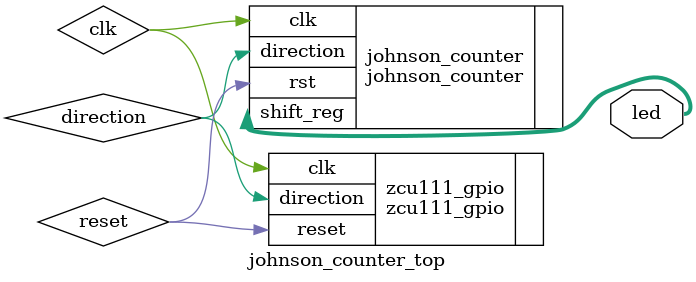
<source format=sv>
module johnson_counter_top (
    output logic [7:0] led
);

  logic clk;
  logic reset;
  logic direction;

  // There is a 100MHz clock. Use 26 bits so its a nice visible speed.
  johnson_counter #(
      .COUNTER_BITS(26)
  ) johnson_counter (
      .clk(clk),
      .rst(reset),
      .direction(direction),
      .shift_reg(led)
  );

  // The block design with Zynq MPSoc block.
  zcu111_gpio zcu111_gpio (
      .clk(clk),
      .reset(reset),
      .direction(direction)
  );

endmodule

</source>
